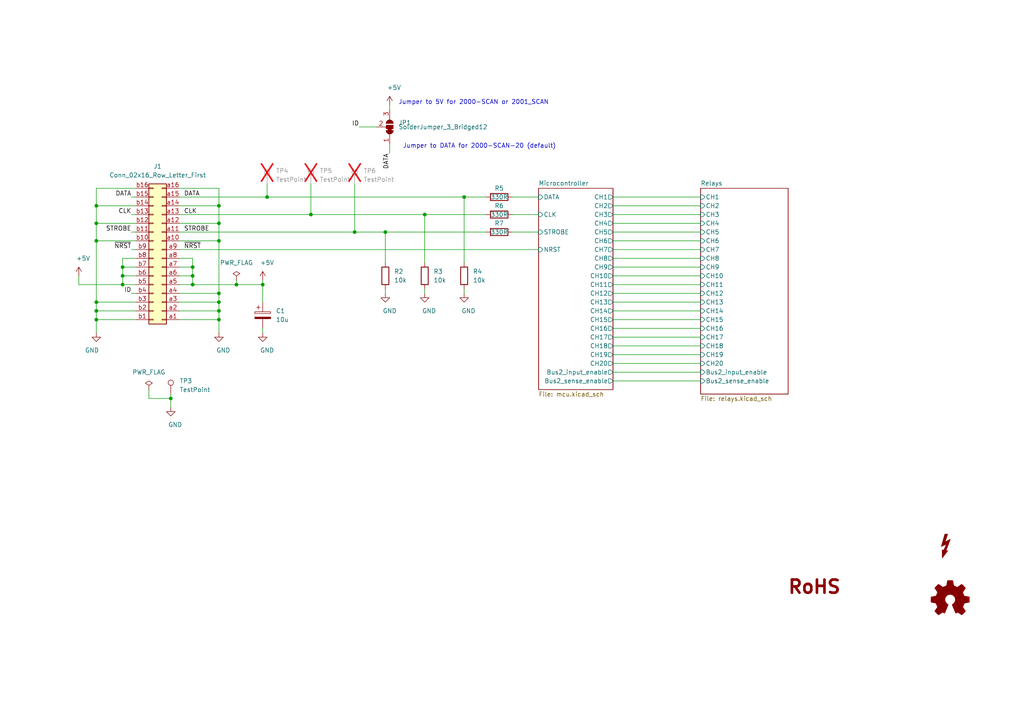
<source format=kicad_sch>
(kicad_sch (version 20231120) (generator "eeschema") (generator_version "8.0")
  (paper "A4")
  (title_block (title "Keithley 2000-SCAN-20 SSR") (date "2024-09-26") (rev "1.1.1") (comment 1 "Copyright (©) 2024, Patrick Baus <patrick.baus@physik.tu-darmstadt.de>") (comment 2 "Licensed under CERN OHL v.1.2"))
  (lib_symbols
    (symbol "Connector:TestPoint" (pin_numbers hide) (pin_names (offset 0.762) hide)
      (property "Reference" "TP" (at 0 6.858 0))
      (property "Value" "TestPoint" (at 0 5.08 0))
      (symbol "TestPoint_0_1"
        (circle (center 0 3.302) (radius 0.762))
      )
      (symbol "TestPoint_1_1"
        (pin passive line (at 0 0 90) (length 2.54) (name "1") (number "1"))
      )
    )
    (symbol "Connector_Generic:Conn_02x16_Row_Letter_First" (pin_names (offset 1.016) hide)
      (property "Reference" "J" (at 1.27 20.32 0))
      (property "Value" "Conn_02x16_Row_Letter_First" (at 1.27 -22.86 0))
      (symbol "Conn_02x16_Row_Letter_First_1_1"
        (rectangle (start -1.27 -20.193) (end 0 -20.447) (stroke (width 0.1524)))
        (rectangle (start -1.27 -17.653) (end 0 -17.907) (stroke (width 0.1524)))
        (rectangle (start -1.27 -15.113) (end 0 -15.367) (stroke (width 0.1524)))
        (rectangle (start -1.27 -12.573) (end 0 -12.827) (stroke (width 0.1524)))
        (rectangle (start -1.27 -10.033) (end 0 -10.287) (stroke (width 0.1524)))
        (rectangle (start -1.27 -7.493) (end 0 -7.747) (stroke (width 0.1524)))
        (rectangle (start -1.27 -4.953) (end 0 -5.207) (stroke (width 0.1524)))
        (rectangle (start -1.27 -2.413) (end 0 -2.667) (stroke (width 0.1524)))
        (rectangle (start -1.27 0.127) (end 0 -0.127) (stroke (width 0.1524)))
        (rectangle (start -1.27 2.667) (end 0 2.413) (stroke (width 0.1524)))
        (rectangle (start -1.27 5.207) (end 0 4.953) (stroke (width 0.1524)))
        (rectangle (start -1.27 7.747) (end 0 7.493) (stroke (width 0.1524)))
        (rectangle (start -1.27 10.287) (end 0 10.033) (stroke (width 0.1524)))
        (rectangle (start -1.27 12.827) (end 0 12.573) (stroke (width 0.1524)))
        (rectangle (start -1.27 15.367) (end 0 15.113) (stroke (width 0.1524)))
        (rectangle (start -1.27 17.907) (end 0 17.653) (stroke (width 0.1524)))
        (rectangle (start -1.27 19.05) (end 3.81 -21.59) (stroke (width 0.254)) (fill (type background)))
        (rectangle (start 3.81 -20.193) (end 2.54 -20.447) (stroke (width 0.1524)))
        (rectangle (start 3.81 -17.653) (end 2.54 -17.907) (stroke (width 0.1524)))
        (rectangle (start 3.81 -15.113) (end 2.54 -15.367) (stroke (width 0.1524)))
        (rectangle (start 3.81 -12.573) (end 2.54 -12.827) (stroke (width 0.1524)))
        (rectangle (start 3.81 -10.033) (end 2.54 -10.287) (stroke (width 0.1524)))
        (rectangle (start 3.81 -7.493) (end 2.54 -7.747) (stroke (width 0.1524)))
        (rectangle (start 3.81 -4.953) (end 2.54 -5.207) (stroke (width 0.1524)))
        (rectangle (start 3.81 -2.413) (end 2.54 -2.667) (stroke (width 0.1524)))
        (rectangle (start 3.81 0.127) (end 2.54 -0.127) (stroke (width 0.1524)))
        (rectangle (start 3.81 2.667) (end 2.54 2.413) (stroke (width 0.1524)))
        (rectangle (start 3.81 5.207) (end 2.54 4.953) (stroke (width 0.1524)))
        (rectangle (start 3.81 7.747) (end 2.54 7.493) (stroke (width 0.1524)))
        (rectangle (start 3.81 10.287) (end 2.54 10.033) (stroke (width 0.1524)))
        (rectangle (start 3.81 12.827) (end 2.54 12.573) (stroke (width 0.1524)))
        (rectangle (start 3.81 15.367) (end 2.54 15.113) (stroke (width 0.1524)))
        (rectangle (start 3.81 17.907) (end 2.54 17.653) (stroke (width 0.1524)))
        (pin passive line (at -5.08 17.78 0) (length 3.81) (name "Pin_a1") (number "a1"))
        (pin passive line (at -5.08 -5.08 0) (length 3.81) (name "Pin_a10") (number "a10"))
        (pin passive line (at -5.08 -7.62 0) (length 3.81) (name "Pin_a11") (number "a11"))
        (pin passive line (at -5.08 -10.16 0) (length 3.81) (name "Pin_a12") (number "a12"))
        (pin passive line (at -5.08 -12.7 0) (length 3.81) (name "Pin_a13") (number "a13"))
        (pin passive line (at -5.08 -15.24 0) (length 3.81) (name "Pin_a14") (number "a14"))
        (pin passive line (at -5.08 -17.78 0) (length 3.81) (name "Pin_a15") (number "a15"))
        (pin passive line (at -5.08 -20.32 0) (length 3.81) (name "Pin_a16") (number "a16"))
        (pin passive line (at -5.08 15.24 0) (length 3.81) (name "Pin_a2") (number "a2"))
        (pin passive line (at -5.08 12.7 0) (length 3.81) (name "Pin_a3") (number "a3"))
        (pin passive line (at -5.08 10.16 0) (length 3.81) (name "Pin_a4") (number "a4"))
        (pin passive line (at -5.08 7.62 0) (length 3.81) (name "Pin_a5") (number "a5"))
        (pin passive line (at -5.08 5.08 0) (length 3.81) (name "Pin_a6") (number "a6"))
        (pin passive line (at -5.08 2.54 0) (length 3.81) (name "Pin_a7") (number "a7"))
        (pin passive line (at -5.08 0 0) (length 3.81) (name "Pin_a8") (number "a8"))
        (pin passive line (at -5.08 -2.54 0) (length 3.81) (name "Pin_a9") (number "a9"))
        (pin passive line (at 7.62 17.78 180) (length 3.81) (name "Pin_b1") (number "b1"))
        (pin passive line (at 7.62 -5.08 180) (length 3.81) (name "Pin_b10") (number "b10"))
        (pin passive line (at 7.62 -7.62 180) (length 3.81) (name "Pin_b11") (number "b11"))
        (pin passive line (at 7.62 -10.16 180) (length 3.81) (name "Pin_b12") (number "b12"))
        (pin passive line (at 7.62 -12.7 180) (length 3.81) (name "Pin_b13") (number "b13"))
        (pin passive line (at 7.62 -15.24 180) (length 3.81) (name "Pin_b14") (number "b14"))
        (pin passive line (at 7.62 -17.78 180) (length 3.81) (name "Pin_b15") (number "b15"))
        (pin passive line (at 7.62 -20.32 180) (length 3.81) (name "Pin_b16") (number "b16"))
        (pin passive line (at 7.62 15.24 180) (length 3.81) (name "Pin_b2") (number "b2"))
        (pin passive line (at 7.62 12.7 180) (length 3.81) (name "Pin_b3") (number "b3"))
        (pin passive line (at 7.62 10.16 180) (length 3.81) (name "Pin_b4") (number "b4"))
        (pin passive line (at 7.62 7.62 180) (length 3.81) (name "Pin_b5") (number "b5"))
        (pin passive line (at 7.62 5.08 180) (length 3.81) (name "Pin_b6") (number "b6"))
        (pin passive line (at 7.62 2.54 180) (length 3.81) (name "Pin_b7") (number "b7"))
        (pin passive line (at 7.62 0 180) (length 3.81) (name "Pin_b8") (number "b8"))
        (pin passive line (at 7.62 -2.54 180) (length 3.81) (name "Pin_b9") (number "b9"))
      )
    )
    (symbol "Custom_logos:SYM_RoHS" (in_bom no) (on_board no)
      (symbol "SYM_RoHS_1_0"
        (text "RoHS" (at 0 0 0) (effects (font (size 3.81 3.81) (bold yes))))
      )
    )
    (symbol "Device:C_Polarized" (pin_numbers hide) (pin_names (offset 0.254))
      (property "Reference" "C" (at 0.635 2.54 0))
      (property "Value" "C_Polarized" (at 0.635 -2.54 0))
      (symbol "C_Polarized_0_1"
        (rectangle (start -2.286 0.508) (end 2.286 1.016))
        (polyline (pts (xy -1.778 2.286) (xy -0.762 2.286)))
        (polyline (pts (xy -1.27 2.794) (xy -1.27 1.778)))
        (rectangle (start 2.286 -0.508) (end -2.286 -1.016) (fill (type outline)))
      )
      (symbol "C_Polarized_1_1"
        (pin passive line (at 0 3.81 270) (length 2.794) (name "~") (number "1"))
        (pin passive line (at 0 -3.81 90) (length 2.794) (name "~") (number "2"))
      )
    )
    (symbol "Device:R" (pin_numbers hide) (pin_names (offset 0))
      (property "Reference" "R" (at 2.032 0 90))
      (property "Value" "R" (at 0 0 90))
      (symbol "R_0_1"
        (rectangle (start -1.016 -2.54) (end 1.016 2.54) (stroke (width 0.254)))
      )
      (symbol "R_1_1"
        (pin passive line (at 0 3.81 270) (length 1.27) (name "~") (number "1"))
        (pin passive line (at 0 -3.81 90) (length 1.27) (name "~") (number "2"))
      )
    )
    (symbol "Graphic:Logo_Open_Hardware_Small" (in_bom no) (on_board no)
      (symbol "Logo_Open_Hardware_Small_0_1"
        (polyline (pts (xy 3.3528 -4.3434) (xy 3.302 -4.318) (xy 3.175 -4.2418) (xy 2.9972 -4.1148) (xy 2.7686 -3.9624) (xy 2.54 -3.81) (xy 2.3622 -3.7084) (xy 2.2352 -3.6068) (xy 2.1844 -3.5814) (xy 2.159 -3.6068) (xy 2.0574 -3.6576) (xy 1.905 -3.7338) (xy 1.8034 -3.7846) (xy 1.6764 -3.8354) (xy 1.6002 -3.8354) (xy 1.6002 -3.8354) (xy 1.5494 -3.7338) (xy 1.4732 -3.5306) (xy 1.3462 -3.302) (xy 1.2446 -3.0226) (xy 1.1176 -2.7178) (xy 0.9652 -2.413) (xy 0.8636 -2.1082) (xy 0.7366 -1.8288) (xy 0.6604 -1.6256) (xy 0.6096 -1.4732) (xy 0.5842 -1.397) (xy 0.5842 -1.397) (xy 0.6604 -1.3208) (xy 0.7874 -1.2446) (xy 1.0414 -1.016) (xy 1.2954 -0.6858) (xy 1.4478 -0.3302) (xy 1.524 0.0762) (xy 1.4732 0.4572) (xy 1.3208 0.8128) (xy 1.0668 1.143) (xy 0.762 1.3716) (xy 0.4064 1.524) (xy 0 1.5748) (xy -0.381 1.5494) (xy -0.7366 1.397) (xy -1.0668 1.143) (xy -1.2192 0.9906) (xy -1.397 0.6604) (xy -1.524 0.3048) (xy -1.524 0.2286) (xy -1.4986 -0.1778) (xy -1.397 -0.5334) (xy -1.1938 -0.8636) (xy -0.9144 -1.143) (xy -0.8636 -1.1684) (xy -0.7366 -1.27) (xy -0.635 -1.3462) (xy -0.5842 -1.397) (xy -1.0668 -2.5908) (xy -1.143 -2.794) (xy -1.2954 -3.1242) (xy -1.397 -3.4036) (xy -1.4986 -3.6322) (xy -1.5748 -3.7846) (xy -1.6002 -3.8354) (xy -1.6002 -3.8354) (xy -1.651 -3.8354) (xy -1.7272 -3.81) (xy -1.905 -3.7338) (xy -2.0066 -3.683) (xy -2.1336 -3.6068) (xy -2.2098 -3.5814) (xy -2.2606 -3.6068) (xy -2.3622 -3.683) (xy -2.54 -3.81) (xy -2.7686 -3.9624) (xy -2.9718 -4.0894) (xy -3.1496 -4.2164) (xy -3.302 -4.318) (xy -3.3528 -4.3434) (xy -3.3782 -4.3434) (xy -3.429 -4.318) (xy -3.5306 -4.2164) (xy -3.7084 -4.064) (xy -3.937 -3.8354) (xy -3.9624 -3.81) (xy -4.1656 -3.6068) (xy -4.318 -3.4544) (xy -4.4196 -3.3274) (xy -4.445 -3.2766) (xy -4.445 -3.2766) (xy -4.4196 -3.2258) (xy -4.318 -3.0734) (xy -4.2164 -2.8956) (xy -4.064 -2.667) (xy -3.6576 -2.0828) (xy -3.8862 -1.5494) (xy -3.937 -1.3716) (xy -4.0386 -1.1684) (xy -4.0894 -1.0414) (xy -4.1148 -0.9652) (xy -4.191 -0.9398) (xy -4.318 -0.9144) (xy -4.5466 -0.8636) (xy -4.8006 -0.8128) (xy -5.0546 -0.7874) (xy -5.2578 -0.7366) (xy -5.4356 -0.7112) (xy -5.5118 -0.6858) (xy -5.5118 -0.6858) (xy -5.5372 -0.635) (xy -5.5372 -0.5588) (xy -5.5372 -0.4318) (xy -5.5626 -0.2286) (xy -5.5626 0.0762) (xy -5.5626 0.127) (xy -5.5372 0.4064) (xy -5.5372 0.635) (xy -5.5372 0.762) (xy -5.5372 0.8382) (xy -5.5372 0.8382) (xy -5.461 0.8382) (xy -5.3086 0.889) (xy -5.08 0.9144) (xy -4.826 0.9652) (xy -4.8006 0.9906) (xy -4.5466 1.0414) (xy -4.318 1.0668) (xy -4.1656 1.1176) (xy -4.0894 1.143) (xy -4.0894 1.143) (xy -4.0386 1.2446) (xy -3.9624 1.4224) (xy -3.8608 1.6256) (xy -3.7846 1.8288) (xy -3.7084 2.0066) (xy -3.6576 2.159) (xy -3.6322 2.2098) (xy -3.6322 2.2098) (xy -3.683 2.286) (xy -3.7592 2.413) (xy -3.8862 2.5908) (xy -4.064 2.8194) (xy -4.064 2.8448) (xy -4.2164 3.0734) (xy -4.3434 3.2512) (xy -4.4196 3.3782) (xy -4.445 3.4544) (xy -4.445 3.4544) (xy -4.3942 3.5052) (xy -4.2926 3.6322) (xy -4.1148 3.81) (xy -3.937 4.0132) (xy -3.8608 4.064) (xy -3.6576 4.2926) (xy -3.5052 4.4196) (xy -3.4036 4.4958) (xy -3.3528 4.5212) (xy -3.3528 4.5212) (xy -3.302 4.4704) (xy -3.1496 4.3688) (xy -2.9718 4.2418) (xy -2.7432 4.0894) (xy -2.7178 4.0894) (xy -2.4892 3.937) (xy -2.3114 3.81) (xy -2.1844 3.7084) (xy -2.1336 3.683) (xy -2.1082 3.683) (xy -2.032 3.7084) (xy -1.8542 3.7592) (xy -1.6764 3.8354) (xy -1.4732 3.937) (xy -1.27 4.0132) (xy -1.143 4.064) (xy -1.0668 4.1148) (xy -1.0668 4.1148) (xy -1.0414 4.191) (xy -1.016 4.3434) (xy -0.9652 4.572) (xy -0.9144 4.8514) (xy -0.889 4.9022) (xy -0.8382 5.1562) (xy -0.8128 5.3848) (xy -0.7874 5.5372) (xy -0.762 5.588) (xy -0.7112 5.6134) (xy -0.5842 5.6134) (xy -0.4064 5.6134) (xy -0.1524 5.6134) (xy 0.0762 5.6134) (xy 0.3302 5.6134) (xy 0.5334 5.6134) (xy 0.6858 5.588) (xy 0.7366 5.588) (xy 0.7366 5.588) (xy 0.762 5.5118) (xy 0.8128 5.334) (xy 0.8382 5.1054) (xy 0.9144 4.826) (xy 0.9144 4.7752) (xy 0.9652 4.5212) (xy 1.016 4.2926) (xy 1.0414 4.1402) (xy 1.0668 4.0894) (xy 1.0668 4.0894) (xy 1.1938 4.0386) (xy 1.3716 3.9624) (xy 1.5748 3.8608) (xy 2.0828 3.6576) (xy 2.7178 4.0894) (xy 2.7686 4.1402) (xy 2.9972 4.2926) (xy 3.175 4.4196) (xy 3.302 4.4958) (xy 3.3782 4.5212) (xy 3.3782 4.5212) (xy 3.429 4.4704) (xy 3.556 4.3434) (xy 3.7338 4.191) (xy 3.9116 3.9878) (xy 4.064 3.8354) (xy 4.2418 3.6576) (xy 4.3434 3.556) (xy 4.4196 3.4798) (xy 4.4196 3.429) (xy 4.4196 3.4036) (xy 4.3942 3.3274) (xy 4.2926 3.2004) (xy 4.1656 2.9972) (xy 4.0132 2.794) (xy 3.8862 2.5908) (xy 3.7592 2.3876) (xy 3.6576 2.2352) (xy 3.6322 2.159) (xy 3.6322 2.1336) (xy 3.683 2.0066) (xy 3.7592 1.8288) (xy 3.8608 1.6002) (xy 4.064 1.1176) (xy 4.3942 1.0414) (xy 4.5974 1.016) (xy 4.8768 0.9652) (xy 5.1308 0.9144) (xy 5.5372 0.8382) (xy 5.5626 -0.6604) (xy 5.4864 -0.6858) (xy 5.4356 -0.6858) (xy 5.2832 -0.7366) (xy 5.0546 -0.762) (xy 4.8006 -0.8128) (xy 4.5974 -0.8636) (xy 4.3688 -0.9144) (xy 4.2164 -0.9398) (xy 4.1402 -0.9398) (xy 4.1148 -0.9652) (xy 4.064 -1.0668) (xy 3.9878 -1.2446) (xy 3.9116 -1.4478) (xy 3.81 -1.651) (xy 3.7338 -1.8542) (xy 3.683 -2.0066) (xy 3.6576 -2.0828) (xy 3.683 -2.1336) (xy 3.7846 -2.2606) (xy 3.8862 -2.4638) (xy 4.0386 -2.667) (xy 4.191 -2.8956) (xy 4.318 -3.0734) (xy 4.3942 -3.2004) (xy 4.445 -3.2766) (xy 4.4196 -3.3274) (xy 4.3434 -3.429) (xy 4.1656 -3.5814) (xy 3.937 -3.8354) (xy 3.8862 -3.8608) (xy 3.683 -4.064) (xy 3.5306 -4.2164) (xy 3.4036 -4.318) (xy 3.3528 -4.3434)) (fill (type outline)))
      )
    )
    (symbol "Graphic:SYM_Flash_Small" (in_bom no) (on_board no)
      (symbol "SYM_Flash_Small_0_1"
        (polyline (pts (xy 0.508 -1.016) (xy -1.016 -0.762) (xy -1.016 -3.048) (xy 0.508 -1.016)) (stroke (width 0.2032)) (fill (type outline)))
        (polyline (pts (xy -0.254 3.81) (xy 0.508 3.81) (xy -0.254 1.524) (xy 1.27 2.286) (xy 0 -1.016) (xy -0.508 -0.762) (xy 0.254 1.016) (xy -1.27 0.254) (xy -0.254 3.81)) (stroke (width 0.2032)) (fill (type outline)))
      )
    )
    (symbol "Jumper:SolderJumper_3_Bridged12" (pin_names (offset 0) hide) (exclude_from_sim yes) (in_bom no)
      (property "Reference" "JP" (at -2.54 -2.54 0))
      (property "Value" "SolderJumper_3_Bridged12" (at 0 2.794 0))
      (symbol "SolderJumper_3_Bridged12_0_1"
        (rectangle (start -1.016 0.508) (end -0.508 -0.508) (fill (type outline)))
        (arc (start -1.016 1.016) (mid -2.0276 0) (end -1.016 -1.016))
        (arc (start -1.016 1.016) (mid -2.0276 0) (end -1.016 -1.016) (fill (type outline)))
        (rectangle (start -0.508 1.016) (end 0.508 -1.016) (fill (type outline)))
        (polyline (pts (xy -2.54 0) (xy -2.032 0)))
        (polyline (pts (xy -1.016 1.016) (xy -1.016 -1.016)))
        (polyline (pts (xy 0 -1.27) (xy 0 -1.016)))
        (polyline (pts (xy 1.016 1.016) (xy 1.016 -1.016)))
        (polyline (pts (xy 2.54 0) (xy 2.032 0)))
        (arc (start 1.016 -1.016) (mid 2.0276 0) (end 1.016 1.016))
        (arc (start 1.016 -1.016) (mid 2.0276 0) (end 1.016 1.016) (fill (type outline)))
      )
      (symbol "SolderJumper_3_Bridged12_1_1"
        (pin passive line (at -5.08 0 0) (length 2.54) (name "A") (number "1"))
        (pin passive line (at 0 -3.81 90) (length 2.54) (name "C") (number "2"))
        (pin passive line (at 5.08 0 180) (length 2.54) (name "B") (number "3"))
      )
    )
    (symbol "power:+5V" (power) (pin_numbers hide) (pin_names (offset 0) hide)
      (property "Value" "+5V" (at 0 3.556 0))
      (symbol "+5V_0_1"
        (polyline (pts (xy -0.762 1.27) (xy 0 2.54)))
        (polyline (pts (xy 0 0) (xy 0 2.54)))
        (polyline (pts (xy 0 2.54) (xy 0.762 1.27)))
      )
      (symbol "+5V_1_1"
        (pin power_in line (at 0 0 90) (length 0) (name "~") (number "1"))
      )
    )
    (symbol "power:GND" (power) (pin_numbers hide) (pin_names (offset 0) hide)
      (property "Value" "GND" (at 0 -3.81 0))
      (symbol "GND_0_1"
        (polyline (pts (xy 0 0) (xy 0 -1.27) (xy 1.27 -1.27) (xy 0 -2.54) (xy -1.27 -1.27) (xy 0 -1.27)))
      )
      (symbol "GND_1_1"
        (pin power_in line (at 0 0 270) (length 0) (name "~") (number "1"))
      )
    )
    (symbol "power:PWR_FLAG" (power) (pin_numbers hide) (pin_names (offset 0) hide)
      (property "Value" "PWR_FLAG" (at 0 3.81 0))
      (symbol "PWR_FLAG_0_0"
        (pin power_out line (at 0 0 90) (length 0) (name "~") (number "1"))
      )
      (symbol "PWR_FLAG_0_1"
        (polyline (pts (xy 0 0) (xy 0 1.27) (xy -1.016 1.905) (xy 0 2.54) (xy 1.016 1.905) (xy 0 1.27)))
      )
    )
  )
  (junction (at 63.5 90.17))
  (junction (at 102.87 67.31))
  (junction (at 77.47 57.15))
  (junction (at 27.94 87.63))
  (junction (at 27.94 92.71))
  (junction (at 63.5 69.85))
  (junction (at 49.53 115.57))
  (junction (at 123.19 62.23))
  (junction (at 63.5 85.09))
  (junction (at 27.94 59.69))
  (junction (at 55.88 82.55))
  (junction (at 27.94 69.85))
  (junction (at 35.56 77.47))
  (junction (at 63.5 59.69))
  (junction (at 76.2 82.55))
  (junction (at 35.56 82.55))
  (junction (at 134.62 57.15))
  (junction (at 55.88 80.01))
  (junction (at 111.76 67.31))
  (junction (at 90.17 62.23))
  (junction (at 63.5 87.63))
  (junction (at 27.94 64.77))
  (junction (at 27.94 90.17))
  (junction (at 63.5 92.71))
  (junction (at 63.5 64.77))
  (junction (at 68.58 82.55))
  (junction (at 35.56 80.01))
  (junction (at 55.88 77.47))
  (wire (pts (xy 177.8 82.55) (xy 203.2 82.55)))
  (wire (pts (xy 113.03 41.91) (xy 113.03 44.45)))
  (wire (pts (xy 22.86 82.55) (xy 22.86 80.01)))
  (wire (pts (xy 102.87 53.34) (xy 102.87 67.31)))
  (wire (pts (xy 39.37 74.93) (xy 35.56 74.93)))
  (wire (pts (xy 39.37 87.63) (xy 27.94 87.63)))
  (wire (pts (xy 52.07 90.17) (xy 63.5 90.17)))
  (wire (pts (xy 76.2 82.55) (xy 76.2 81.28)))
  (wire (pts (xy 177.8 107.95) (xy 203.2 107.95)))
  (wire (pts (xy 35.56 82.55) (xy 22.86 82.55)))
  (wire (pts (xy 52.07 82.55) (xy 55.88 82.55)))
  (wire (pts (xy 76.2 96.52) (xy 76.2 95.25)))
  (wire (pts (xy 140.97 67.31) (xy 111.76 67.31)))
  (wire (pts (xy 177.8 72.39) (xy 203.2 72.39)))
  (wire (pts (xy 27.94 54.61) (xy 27.94 59.69)))
  (wire (pts (xy 134.62 57.15) (xy 140.97 57.15)))
  (wire (pts (xy 63.5 54.61) (xy 63.5 59.69)))
  (wire (pts (xy 177.8 67.31) (xy 203.2 67.31)))
  (wire (pts (xy 156.21 57.15) (xy 148.59 57.15)))
  (wire (pts (xy 43.18 113.03) (xy 43.18 115.57)))
  (wire (pts (xy 90.17 53.34) (xy 90.17 62.23)))
  (wire (pts (xy 111.76 76.2) (xy 111.76 67.31)))
  (wire (pts (xy 156.21 62.23) (xy 148.59 62.23)))
  (wire (pts (xy 177.8 62.23) (xy 203.2 62.23)))
  (wire (pts (xy 63.5 87.63) (xy 63.5 90.17)))
  (wire (pts (xy 177.8 59.69) (xy 203.2 59.69)))
  (wire (pts (xy 27.94 87.63) (xy 27.94 90.17)))
  (wire (pts (xy 177.8 105.41) (xy 203.2 105.41)))
  (wire (pts (xy 27.94 59.69) (xy 27.94 64.77)))
  (wire (pts (xy 39.37 57.15) (xy 38.1 57.15)))
  (wire (pts (xy 39.37 54.61) (xy 27.94 54.61)))
  (wire (pts (xy 177.8 95.25) (xy 203.2 95.25)))
  (wire (pts (xy 52.07 59.69) (xy 63.5 59.69)))
  (wire (pts (xy 63.5 59.69) (xy 63.5 64.77)))
  (wire (pts (xy 49.53 115.57) (xy 43.18 115.57)))
  (wire (pts (xy 55.88 82.55) (xy 68.58 82.55)))
  (wire (pts (xy 27.94 69.85) (xy 27.94 87.63)))
  (wire (pts (xy 177.8 97.79) (xy 203.2 97.79)))
  (wire (pts (xy 77.47 53.34) (xy 77.47 57.15)))
  (wire (pts (xy 49.53 118.11) (xy 49.53 115.57)))
  (wire (pts (xy 52.07 85.09) (xy 63.5 85.09)))
  (wire (pts (xy 55.88 80.01) (xy 52.07 80.01)))
  (wire (pts (xy 55.88 82.55) (xy 55.88 80.01)))
  (wire (pts (xy 111.76 83.82) (xy 111.76 85.09)))
  (wire (pts (xy 39.37 69.85) (xy 27.94 69.85)))
  (wire (pts (xy 177.8 80.01) (xy 203.2 80.01)))
  (wire (pts (xy 27.94 90.17) (xy 27.94 92.71)))
  (wire (pts (xy 39.37 82.55) (xy 35.56 82.55)))
  (wire (pts (xy 177.8 90.17) (xy 203.2 90.17)))
  (wire (pts (xy 76.2 87.63) (xy 76.2 82.55)))
  (wire (pts (xy 102.87 67.31) (xy 111.76 67.31)))
  (wire (pts (xy 177.8 85.09) (xy 203.2 85.09)))
  (wire (pts (xy 177.8 74.93) (xy 203.2 74.93)))
  (wire (pts (xy 52.07 92.71) (xy 63.5 92.71)))
  (wire (pts (xy 27.94 64.77) (xy 27.94 69.85)))
  (wire (pts (xy 39.37 62.23) (xy 38.1 62.23)))
  (wire (pts (xy 177.8 102.87) (xy 203.2 102.87)))
  (wire (pts (xy 68.58 82.55) (xy 76.2 82.55)))
  (wire (pts (xy 123.19 62.23) (xy 140.97 62.23)))
  (wire (pts (xy 39.37 67.31) (xy 38.1 67.31)))
  (wire (pts (xy 177.8 64.77) (xy 203.2 64.77)))
  (wire (pts (xy 52.07 74.93) (xy 55.88 74.93)))
  (wire (pts (xy 52.07 57.15) (xy 77.47 57.15)))
  (wire (pts (xy 35.56 74.93) (xy 35.56 77.47)))
  (wire (pts (xy 39.37 92.71) (xy 27.94 92.71)))
  (wire (pts (xy 123.19 76.2) (xy 123.19 62.23)))
  (wire (pts (xy 55.88 77.47) (xy 55.88 80.01)))
  (wire (pts (xy 177.8 110.49) (xy 203.2 110.49)))
  (wire (pts (xy 90.17 62.23) (xy 123.19 62.23)))
  (wire (pts (xy 123.19 83.82) (xy 123.19 85.09)))
  (wire (pts (xy 52.07 64.77) (xy 63.5 64.77)))
  (wire (pts (xy 49.53 115.57) (xy 49.53 114.3)))
  (wire (pts (xy 39.37 90.17) (xy 27.94 90.17)))
  (wire (pts (xy 55.88 74.93) (xy 55.88 77.47)))
  (wire (pts (xy 39.37 85.09) (xy 38.1 85.09)))
  (wire (pts (xy 113.03 30.48) (xy 113.03 31.75)))
  (wire (pts (xy 177.8 100.33) (xy 203.2 100.33)))
  (wire (pts (xy 52.07 87.63) (xy 63.5 87.63)))
  (wire (pts (xy 52.07 54.61) (xy 63.5 54.61)))
  (wire (pts (xy 52.07 67.31) (xy 102.87 67.31)))
  (wire (pts (xy 39.37 64.77) (xy 27.94 64.77)))
  (wire (pts (xy 134.62 76.2) (xy 134.62 57.15)))
  (wire (pts (xy 35.56 82.55) (xy 35.56 80.01)))
  (wire (pts (xy 52.07 62.23) (xy 90.17 62.23)))
  (wire (pts (xy 52.07 72.39) (xy 156.21 72.39)))
  (wire (pts (xy 52.07 69.85) (xy 63.5 69.85)))
  (wire (pts (xy 109.22 36.83) (xy 104.14 36.83)))
  (wire (pts (xy 63.5 92.71) (xy 63.5 96.52)))
  (wire (pts (xy 39.37 59.69) (xy 27.94 59.69)))
  (wire (pts (xy 63.5 90.17) (xy 63.5 92.71)))
  (wire (pts (xy 52.07 77.47) (xy 55.88 77.47)))
  (wire (pts (xy 35.56 80.01) (xy 39.37 80.01)))
  (wire (pts (xy 39.37 77.47) (xy 35.56 77.47)))
  (wire (pts (xy 63.5 85.09) (xy 63.5 87.63)))
  (wire (pts (xy 39.37 72.39) (xy 38.1 72.39)))
  (wire (pts (xy 35.56 77.47) (xy 35.56 80.01)))
  (wire (pts (xy 156.21 67.31) (xy 148.59 67.31)))
  (wire (pts (xy 63.5 69.85) (xy 63.5 85.09)))
  (wire (pts (xy 177.8 92.71) (xy 203.2 92.71)))
  (wire (pts (xy 177.8 77.47) (xy 203.2 77.47)))
  (wire (pts (xy 177.8 87.63) (xy 203.2 87.63)))
  (wire (pts (xy 77.47 57.15) (xy 134.62 57.15)))
  (wire (pts (xy 63.5 64.77) (xy 63.5 69.85)))
  (wire (pts (xy 177.8 57.15) (xy 203.2 57.15)))
  (wire (pts (xy 177.8 69.85) (xy 203.2 69.85)))
  (wire (pts (xy 134.62 83.82) (xy 134.62 85.09)))
  (wire (pts (xy 68.58 81.28) (xy 68.58 82.55)))
  (wire (pts (xy 27.94 92.71) (xy 27.94 96.52)))
  (text "Jumper to 5V for 2000-SCAN or 2001_SCAN\n" (at 115.57 30.48 0) (effects (font (size 1.27 1.27)) (justify left bottom)))
  (text "Jumper to DATA for 2000-SCAN-20 (default)" (at 116.84 43.18 0) (effects (font (size 1.27 1.27)) (justify left bottom)))
  (label "STROBE" (at 38.1 67.31 180))
  (label "ID" (at 38.1 85.09 180))
  (label "CLK" (at 53.34 62.23 0))
  (label "DATA" (at 38.1 57.15 180))
  (label "STROBE" (at 53.34 67.31 0))
  (label "~{NRST}" (at 53.34 72.39 0))
  (label "ID" (at 104.14 36.83 180))
  (label "CLK" (at 38.1 62.23 180))
  (label "~{NRST}" (at 38.1 72.39 180))
  (label "DATA" (at 53.34 57.15 0))
  (label "DATA" (at 113.03 44.45 270))
  (symbol (lib_id "Connector_Generic:Conn_02x16_Row_Letter_First") (at 46.99 74.93 180) (unit 1)
    (property "Reference" "J1" (at 45.72 48.26 0))
    (property "Value" "Conn_02x16_Row_Letter_First" (at 45.72 50.8 0))
    (property "Footprint" "Connector_DIN:DIN41612_B2_2x16_Male_Horizontal_THT" (effects (hide yes)))
    (property "Description" "Generic connector, double row, 02x16, row letter first pin numbering scheme (pin number consists of a letter for the row and a number for the pin index in this row. a1, ..., aN; b1, ..., bN), script generated (kicad-library-utils/schlib/autogen/connector/)" (effects (hide yes)))
    (property "MFN" "Molex" (effects (hide yes)))
    (property "PN" "85050-0000" (effects (hide yes)))
    (property "RoHS" "Yes" (effects (hide yes)))
    (property "Temperature" "Tstorage = –55 °C to 125 °C" (effects (hide yes)))
  )
  (symbol (lib_id "power:GND") (at 63.5 96.52 0) (unit 1)
    (property "Reference" "#PWR03" (effects (hide yes)))
    (property "Value" "GND" (at 64.77 101.6 0))
    (property "Description" "Power symbol creates a global label with name \"GND\" , ground" (effects (hide yes)))
  )
  (symbol (lib_id "power:GND") (at 27.94 96.52 0) (mirror y) (unit 1)
    (property "Reference" "#PWR02" (effects (hide yes)))
    (property "Value" "GND" (at 26.67 101.6 0))
    (property "Description" "Power symbol creates a global label with name \"GND\" , ground" (effects (hide yes)))
  )
  (symbol (lib_id "power:+5V") (at 76.2 81.28 0) (unit 1)
    (property "Reference" "#PWR04" (effects (hide yes)))
    (property "Value" "+5V" (at 77.47 76.2 0))
    (property "Description" "Power symbol creates a global label with name \"+5V\"" (effects (hide yes)))
  )
  (symbol (lib_id "power:+5V") (at 22.86 80.01 0) (unit 1)
    (property "Reference" "#PWR01" (effects (hide yes)))
    (property "Value" "+5V" (at 24.13 74.93 0))
    (property "Description" "Power symbol creates a global label with name \"+5V\"" (effects (hide yes)))
  )
  (symbol (lib_id "power:+5V") (at 113.03 30.48 0) (unit 1)
    (property "Reference" "#PWR08" (effects (hide yes)))
    (property "Value" "+5V" (at 114.3 25.4 0))
    (property "Description" "Power symbol creates a global label with name \"+5V\"" (effects (hide yes)))
  )
  (symbol (lib_id "Jumper:SolderJumper_3_Bridged12") (at 113.03 36.83 270) (mirror x) (unit 1) (in_bom no)
    (property "Reference" "JP1" (at 115.57 35.56 90) (effects (justify left)))
    (property "Value" "SolderJumper_3_Bridged12" (at 115.57 36.83 90) (effects (justify left)))
    (property "Footprint" "Jumper:SolderJumper-3_P1.3mm_Bridged12_Pad1.0x1.5mm_NumberLabels" (effects (hide yes)))
    (property "Description" "3-pole Solder Jumper, pins 1+2 closed/bridged" (effects (hide yes)))
    (property "DNP" "1" (effects (hide yes)))
  )
  (symbol (lib_id "Device:R") (at 111.76 80.01 0) (unit 1)
    (property "Reference" "R2" (at 114.3 78.74 0) (effects (justify left)))
    (property "Value" "10k" (at 114.3 81.28 0) (effects (justify left)))
    (property "Footprint" "Resistor_SMD:R_0603_1608Metric" (effects (hide yes)))
    (property "Description" "Resistor" (effects (hide yes)))
    (property "MFN" "Vishay" (effects (hide yes)))
    (property "PN" "CRCW060310K0JNEB" (effects (hide yes)))
    (property "RoHS" "By exemption" (effects (hide yes)))
    (property "Temperature" "Tstorage = –55 °C to 155 °C" (effects (hide yes)))
  )
  (symbol (lib_id "power:GND") (at 111.76 85.09 0) (unit 1)
    (property "Reference" "#PWR07" (effects (hide yes)))
    (property "Value" "GND" (at 113.03 90.17 0))
    (property "Description" "Power symbol creates a global label with name \"GND\" , ground" (effects (hide yes)))
  )
  (symbol (lib_id "Device:R") (at 144.78 57.15 270) (unit 1)
    (property "Reference" "R5" (at 144.78 54.61 90))
    (property "Value" "330R" (at 144.78 57.15 90))
    (property "Footprint" "Resistor_SMD:R_0603_1608Metric" (effects (hide yes)))
    (property "Description" "Resistor" (effects (hide yes)))
    (property "MFN" "Vishay" (effects (hide yes)))
    (property "PN" "CRCW0603330RJNEB" (effects (hide yes)))
    (property "RoHS" "By exemption" (effects (hide yes)))
    (property "Temperature" "Tstorage = –55 °C to 155 °C" (effects (hide yes)))
  )
  (symbol (lib_id "Device:R") (at 144.78 62.23 270) (unit 1)
    (property "Reference" "R6" (at 144.78 59.69 90))
    (property "Value" "330R" (at 144.78 62.23 90))
    (property "Footprint" "Resistor_SMD:R_0603_1608Metric" (effects (hide yes)))
    (property "Description" "Resistor" (effects (hide yes)))
    (property "MFN" "Vishay" (effects (hide yes)))
    (property "PN" "CRCW0603330RJNEB" (effects (hide yes)))
    (property "RoHS" "By exemption" (effects (hide yes)))
    (property "Temperature" "Tstorage = –55 °C to 155 °C" (effects (hide yes)))
  )
  (symbol (lib_id "Device:R") (at 144.78 67.31 270) (unit 1)
    (property "Reference" "R7" (at 144.78 64.77 90))
    (property "Value" "330R" (at 144.78 67.31 90))
    (property "Footprint" "Resistor_SMD:R_0603_1608Metric" (effects (hide yes)))
    (property "Description" "Resistor" (effects (hide yes)))
    (property "MFN" "Vishay" (effects (hide yes)))
    (property "PN" "CRCW0603330RJNEB" (effects (hide yes)))
    (property "RoHS" "By exemption" (effects (hide yes)))
    (property "Temperature" "Tstorage = –55 °C to 155 °C" (effects (hide yes)))
  )
  (symbol (lib_id "Device:R") (at 123.19 80.01 0) (unit 1)
    (property "Reference" "R3" (at 125.73 78.74 0) (effects (justify left)))
    (property "Value" "10k" (at 125.73 81.28 0) (effects (justify left)))
    (property "Footprint" "Resistor_SMD:R_0603_1608Metric" (effects (hide yes)))
    (property "Description" "Resistor" (effects (hide yes)))
    (property "MFN" "Vishay" (effects (hide yes)))
    (property "PN" "CRCW060310K0JNEB" (effects (hide yes)))
    (property "RoHS" "By exemption" (effects (hide yes)))
    (property "Temperature" "Tstorage = –55 °C to 155 °C" (effects (hide yes)))
  )
  (symbol (lib_id "power:GND") (at 123.19 85.09 0) (unit 1)
    (property "Reference" "#PWR09" (effects (hide yes)))
    (property "Value" "GND" (at 124.46 90.17 0))
    (property "Description" "Power symbol creates a global label with name \"GND\" , ground" (effects (hide yes)))
  )
  (symbol (lib_id "Device:R") (at 134.62 80.01 0) (unit 1)
    (property "Reference" "R4" (at 137.16 78.74 0) (effects (justify left)))
    (property "Value" "10k" (at 137.16 81.28 0) (effects (justify left)))
    (property "Footprint" "Resistor_SMD:R_0603_1608Metric" (effects (hide yes)))
    (property "Description" "Resistor" (effects (hide yes)))
    (property "MFN" "Vishay" (effects (hide yes)))
    (property "PN" "CRCW060310K0JNEB" (effects (hide yes)))
    (property "RoHS" "By exemption" (effects (hide yes)))
    (property "Temperature" "Tstorage = –55 °C to 155 °C" (effects (hide yes)))
  )
  (symbol (lib_id "power:GND") (at 134.62 85.09 0) (unit 1)
    (property "Reference" "#PWR010" (effects (hide yes)))
    (property "Value" "GND" (at 135.89 90.17 0))
    (property "Description" "Power symbol creates a global label with name \"GND\" , ground" (effects (hide yes)))
  )
  (symbol (lib_id "Device:C_Polarized") (at 76.2 91.44 0) (unit 1)
    (property "Reference" "C1" (at 80.01 90.17 0) (effects (justify left)))
    (property "Value" "10u" (at 80.01 92.71 0) (effects (justify left)))
    (property "Footprint" "Capacitor_THT:CP_Radial_D6.3mm_P2.50mm" (effects (hide yes)))
    (property "Description" "Polarized capacitor" (effects (hide yes)))
    (property "MFN" "Rubycon" (effects (hide yes)))
    (property "PN" "100YXM10MEFR6" (effects (hide yes)))
    (property "RoHS" "Yes" (effects (hide yes)))
    (property "Temperature" "Tstorage = –40 °C to 105 °C" (effects (hide yes)))
  )
  (symbol (lib_id "power:GND") (at 76.2 96.52 0) (unit 1)
    (property "Reference" "#PWR05" (effects (hide yes)))
    (property "Value" "GND" (at 77.47 101.6 0))
    (property "Description" "Power symbol creates a global label with name \"GND\" , ground" (effects (hide yes)))
  )
  (symbol (lib_id "Graphic:Logo_Open_Hardware_Small") (at 275.59 173.99 0) (unit 1) (exclude_from_sim yes) (in_bom no)
    (property "Reference" "LOGO2" (effects (hide yes)))
    (property "Value" "Logo_Open_Hardware_Small" (effects (hide yes)))
    (property "Footprint" "Symbol:OSHW-Logo_7.5x8mm_SilkScreen" (effects (hide yes)))
    (property "Description" "Open Hardware logo, small" (effects (hide yes)))
    (property "DNP" "1" (effects (hide yes)))
  )
  (symbol (lib_id "Connector:TestPoint") (at 49.53 114.3 0) (unit 1)
    (property "Reference" "TP3" (at 52.07 110.49 0) (effects (justify left)))
    (property "Value" "TestPoint" (at 52.07 113.03 0) (effects (justify left)))
    (property "Footprint" "TestPoint:TestPoint_Loop_D2.60mm_Drill1.6mm_Beaded" (effects (hide yes)))
    (property "Description" "test point" (effects (hide yes)))
    (property "MFN" "Keystone" (effects (hide yes)))
    (property "PN" "5281" (effects (hide yes)))
    (property "RoHS" "Yes" (effects (hide yes)))
  )
  (symbol (lib_id "power:GND") (at 49.53 118.11 0) (unit 1)
    (property "Reference" "#PWR0101" (effects (hide yes)))
    (property "Value" "GND" (at 50.8 123.19 0))
    (property "Description" "Power symbol creates a global label with name \"GND\" , ground" (effects (hide yes)))
  )
  (symbol (lib_id "Connector:TestPoint") (at 77.47 53.34 0) (unit 1) (dnp yes)
    (property "Reference" "TP4" (at 80.01 49.53 0) (effects (justify left)))
    (property "Value" "TestPoint" (at 80.01 52.07 0) (effects (justify left)))
    (property "Footprint" "TestPoint:TestPoint_Loop_D2.60mm_Drill1.6mm_Beaded" (effects (hide yes)))
    (property "Description" "test point" (effects (hide yes)))
    (property "MFN" "Keystone" (effects (hide yes)))
    (property "PN" "5286" (effects (hide yes)))
    (property "Note" "Solder only for debugging" (effects (hide yes)))
    (property "RoHS" "Yes" (effects (hide yes)))
  )
  (symbol (lib_id "Connector:TestPoint") (at 90.17 53.34 0) (unit 1) (dnp yes)
    (property "Reference" "TP5" (at 92.71 49.53 0) (effects (justify left)))
    (property "Value" "TestPoint" (at 92.71 52.07 0) (effects (justify left)))
    (property "Footprint" "TestPoint:TestPoint_Loop_D2.60mm_Drill1.6mm_Beaded" (effects (hide yes)))
    (property "Description" "test point" (effects (hide yes)))
    (property "MFN" "Keystone" (effects (hide yes)))
    (property "PN" "5286" (effects (hide yes)))
    (property "Note" "Solder only for debugging" (effects (hide yes)))
    (property "RoHS" "Yes" (effects (hide yes)))
  )
  (symbol (lib_id "Connector:TestPoint") (at 102.87 53.34 0) (unit 1) (dnp yes)
    (property "Reference" "TP6" (at 105.41 49.53 0) (effects (justify left)))
    (property "Value" "TestPoint" (at 105.41 52.07 0) (effects (justify left)))
    (property "Footprint" "TestPoint:TestPoint_Loop_D2.60mm_Drill1.6mm_Beaded" (effects (hide yes)))
    (property "Description" "test point" (effects (hide yes)))
    (property "MFN" "Keystone" (effects (hide yes)))
    (property "PN" "5286" (effects (hide yes)))
    (property "Note" "Solder only for debugging" (effects (hide yes)))
    (property "RoHS" "Yes" (effects (hide yes)))
  )
  (symbol (lib_id "Graphic:SYM_Flash_Small") (at 274.32 158.75 0) (unit 1) (exclude_from_sim yes) (in_bom no)
    (property "Reference" "SYM1" (effects (hide yes)))
    (property "Value" "SYM_Flash_Small" (effects (hide yes)))
    (property "Footprint" "Symbol:Symbol_HighVoltage_Triangle_17x15mm_Copper" (effects (hide yes)))
    (property "Description" "Flash symbol, small" (effects (hide yes)))
    (property "DNP" "1" (effects (hide yes)))
  )
  (symbol (lib_id "power:PWR_FLAG") (at 68.58 81.28 0) (unit 1)
    (property "Reference" "#FLG0102" (effects (hide yes)))
    (property "Value" "PWR_FLAG" (at 68.58 76.2 0))
    (property "Description" "Special symbol for telling ERC where power comes from" (effects (hide yes)))
  )
  (symbol (lib_id "Custom_logos:SYM_RoHS") (at 236.22 170.18 0) (unit 1) (exclude_from_sim yes) (in_bom no) (on_board no)
    (property "Reference" "#SYM1" (effects (hide yes)))
    (property "Value" "SYM_RoHS" (effects (hide yes)))
  )
  (symbol (lib_id "power:PWR_FLAG") (at 43.18 113.03 0) (unit 1)
    (property "Reference" "#FLG0101" (effects (hide yes)))
    (property "Value" "PWR_FLAG" (at 43.18 107.95 0))
    (property "Description" "Special symbol for telling ERC where power comes from" (effects (hide yes)))
  )
  (sheet (at 156.21 54.61) (size 21.59 58.42)
    (property "Sheetname" "Microcontroller" (at 156.21 53.8984 0) (effects (justify left bottom)))
    (property "Sheetfile" "mcu.kicad_sch" (at 156.21 113.6146 0) (effects (justify left top)))
    (pin "CLK" input (at 156.21 62.23 180))
    (pin "STROBE" input (at 156.21 67.31 180))
    (pin "NRST" input (at 156.21 72.39 180))
    (pin "DATA" input (at 156.21 57.15 180))
    (pin "CH20" output (at 177.8 105.41 0))
    (pin "CH19" output (at 177.8 102.87 0))
    (pin "CH18" output (at 177.8 100.33 0))
    (pin "CH17" output (at 177.8 97.79 0))
    (pin "CH16" output (at 177.8 95.25 0))
    (pin "CH11" output (at 177.8 82.55 0))
    (pin "CH1" output (at 177.8 57.15 0))
    (pin "CH2" output (at 177.8 59.69 0))
    (pin "CH3" output (at 177.8 62.23 0))
    (pin "CH14" output (at 177.8 90.17 0))
    (pin "CH13" output (at 177.8 87.63 0))
    (pin "CH12" output (at 177.8 85.09 0))
    (pin "CH5" output (at 177.8 67.31 0))
    (pin "CH6" output (at 177.8 69.85 0))
    (pin "CH7" output (at 177.8 72.39 0))
    (pin "CH8" output (at 177.8 74.93 0))
    (pin "CH9" output (at 177.8 77.47 0))
    (pin "CH10" output (at 177.8 80.01 0))
    (pin "CH4" output (at 177.8 64.77 0))
    (pin "Bus2_input_enable" output (at 177.8 107.95 0))
    (pin "Bus2_sense_enable" output (at 177.8 110.49 0))
    (pin "CH15" output (at 177.8 92.71 0))
  )
  (sheet (at 203.2 54.61) (size 25.4 59.69)
    (property "Sheetname" "Relays" (at 203.2 53.8984 0) (effects (justify left bottom)))
    (property "Sheetfile" "relays.kicad_sch" (at 203.2 114.8846 0) (effects (justify left top)))
    (pin "CH1" input (at 203.2 57.15 180))
    (pin "CH2" input (at 203.2 59.69 180))
    (pin "CH3" input (at 203.2 62.23 180))
    (pin "CH4" input (at 203.2 64.77 180))
    (pin "CH5" input (at 203.2 67.31 180))
    (pin "CH6" input (at 203.2 69.85 180))
    (pin "CH7" input (at 203.2 72.39 180))
    (pin "CH8" input (at 203.2 74.93 180))
    (pin "CH9" input (at 203.2 77.47 180))
    (pin "CH10" input (at 203.2 80.01 180))
    (pin "CH20" input (at 203.2 105.41 180))
    (pin "CH19" input (at 203.2 102.87 180))
    (pin "CH18" input (at 203.2 100.33 180))
    (pin "CH17" input (at 203.2 97.79 180))
    (pin "CH16" input (at 203.2 95.25 180))
    (pin "CH15" input (at 203.2 92.71 180))
    (pin "CH14" input (at 203.2 90.17 180))
    (pin "CH13" input (at 203.2 87.63 180))
    (pin "CH12" input (at 203.2 85.09 180))
    (pin "CH11" input (at 203.2 82.55 180))
    (pin "Bus2_input_enable" input (at 203.2 107.95 180))
    (pin "Bus2_sense_enable" input (at 203.2 110.49 180))
  )
)
</source>
